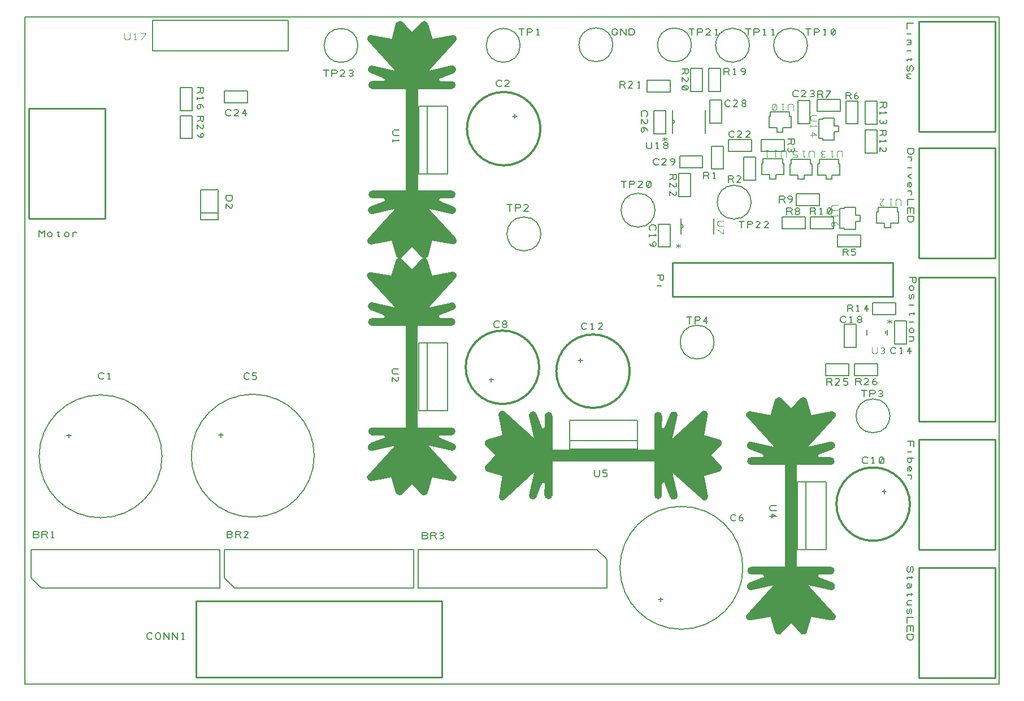
<source format=gbr>
%FSLAX33Y33*%
%MOMM*%
G04 EasyPC Gerber Version 17.0 Build 3379 *
%ADD15C,0.07620*%
%ADD11C,0.12700*%
%ADD14C,0.15240*%
%ADD16C,0.20320*%
%ADD12C,0.25400*%
%ADD13C,0.30480*%
X0Y0D02*
D02*
D11*
X64Y889D02*
X146039D01*
Y100839*
X64*
Y889*
X989Y21046D02*
X29289D01*
Y15246*
X2489*
X989Y16746*
Y21046*
X1928Y23281D02*
X2087Y23202D01*
X2166Y23043*
X2087Y22884*
X1928Y22805*
X1373*
Y23757*
X1928*
X2087Y23678*
X2166Y23519*
X2087Y23361*
X1928Y23281*
X1373*
X2643Y22805D02*
Y23757D01*
X3198*
X3357Y23678*
X3436Y23519*
X3357Y23361*
X3198Y23281*
X2643*
X3198D02*
X3436Y22805D01*
X4071D02*
X4389D01*
X4230D02*
Y23757D01*
X4071Y23599*
X2213Y67927D02*
Y68880D01*
X2610Y68403*
X3007Y68880*
Y67927*
X3484Y68165D02*
X3563Y68007D01*
X3722Y67927*
X3880*
X4039Y68007*
X4119Y68165*
Y68324*
X4039Y68483*
X3880Y68562*
X3722*
X3563Y68483*
X3484Y68324*
Y68165*
X4912Y68562D02*
X5230D01*
X5071Y68721D02*
Y68007D01*
X5150Y67927*
X5230*
X5309Y68007*
X6024Y68165D02*
X6103Y68007D01*
X6262Y67927*
X6420*
X6579Y68007*
X6659Y68165*
Y68324*
X6579Y68483*
X6420Y68562*
X6262*
X6103Y68483*
X6024Y68324*
Y68165*
X7294Y67927D02*
Y68562D01*
Y68324D02*
X7373Y68483D01*
X7532Y68562*
X7690*
X7849Y68483*
X6343Y38085D02*
X6978D01*
X6661Y37767D02*
Y38402D01*
X11907Y46736D02*
X11828Y46657D01*
X11669Y46577*
X11431*
X11272Y46657*
X11193Y46736*
X11114Y46895*
Y47212*
X11193Y47371*
X11272Y47450*
X11431Y47530*
X11669*
X11828Y47450*
X11907Y47371*
X12542Y46577D02*
X12860D01*
X12701D02*
Y47530D01*
X12542Y47371*
X11414Y25789D02*
G75*
G03Y44204J9207D01*
G01*
G75*
G03Y25789J-9207*
G01*
X19157Y7736D02*
X19078Y7657D01*
X18919Y7577*
X18681*
X18522Y7657*
X18443Y7736*
X18364Y7895*
Y8212*
X18443Y8371*
X18522Y8450*
X18681Y8530*
X18919*
X19078Y8450*
X19157Y8371*
X19634Y7895D02*
Y8212D01*
X19713Y8371*
X19792Y8450*
X19951Y8530*
X20110*
X20269Y8450*
X20348Y8371*
X20427Y8212*
Y7895*
X20348Y7736*
X20269Y7657*
X20110Y7577*
X19951*
X19792Y7657*
X19713Y7736*
X19634Y7895*
X20904Y7577D02*
Y8530D01*
X21697Y7577*
Y8530*
X22174Y7577D02*
Y8530D01*
X22967Y7577*
Y8530*
X23602Y7577D02*
X23920D01*
X23761D02*
Y8530D01*
X23602Y8371*
X25902Y85989D02*
X26854D01*
Y85433*
X26775Y85275*
X26616Y85195*
X26457Y85275*
X26378Y85433*
Y85989*
Y85433D02*
X25902Y85195D01*
Y84084D02*
Y84719D01*
X26457Y84163*
X26616Y84084*
X26775Y84163*
X26854Y84322*
Y84560*
X26775Y84719*
X25902Y83211D02*
X25981Y83052D01*
X26140Y82893*
X26378Y82814*
X26616*
X26775Y82893*
X26854Y83052*
Y83211*
X26775Y83370*
X26616Y83449*
X26457Y83370*
X26378Y83211*
Y83052*
X26457Y82893*
X26616Y82814*
X25902Y90239D02*
X26854D01*
Y89683*
X26775Y89525*
X26616Y89445*
X26457Y89525*
X26378Y89683*
Y90239*
Y89683D02*
X25902Y89445D01*
Y88810D02*
Y88493D01*
Y88652D02*
X26854D01*
X26695Y88810*
X26140Y87699D02*
X26299Y87620D01*
X26378Y87461*
Y87302*
X26299Y87143*
X26140Y87064*
X25981Y87143*
X25902Y87302*
Y87461*
X25981Y87620*
X26140Y87699*
X26378*
X26616Y87620*
X26775Y87461*
X26854Y87302*
X26364Y71439D02*
X29064D01*
Y74939D02*
X26364D01*
Y70439*
X29064*
Y74939*
X29144Y38185D02*
X29779D01*
X29461Y37867D02*
Y38502D01*
X29989Y21046D02*
X58289D01*
Y15246*
X31489*
X29989Y16746*
Y21046*
X30227Y74089D02*
X31179D01*
Y73613*
X31100Y73454*
X31020Y73375*
X30862Y73295*
X30544*
X30385Y73375*
X30306Y73454*
X30227Y73613*
Y74089*
Y72184D02*
Y72819D01*
X30782Y72263*
X30941Y72184*
X31100Y72263*
X31179Y72422*
Y72660*
X31100Y72819*
X30957Y86186D02*
X30878Y86107D01*
X30719Y86027*
X30481*
X30322Y86107*
X30243Y86186*
X30164Y86345*
Y86662*
X30243Y86821*
X30322Y86900*
X30481Y86980*
X30719*
X30878Y86900*
X30957Y86821*
X32069Y86027D02*
X31434D01*
X31989Y86583*
X32069Y86742*
X31989Y86900*
X31830Y86980*
X31592*
X31434Y86900*
X33100Y86027D02*
Y86980D01*
X32703Y86345*
X33339*
X30928Y23281D02*
X31087Y23202D01*
X31166Y23043*
X31087Y22884*
X30928Y22805*
X30372*
Y23757*
X30928*
X31087Y23678*
X31166Y23519*
X31087Y23361*
X30928Y23281*
X30372*
X31642Y22805D02*
Y23757D01*
X32198*
X32357Y23678*
X32436Y23519*
X32357Y23361*
X32198Y23281*
X31642*
X32198D02*
X32436Y22805D01*
X33548D02*
X32913D01*
X33468Y23361*
X33548Y23519*
X33468Y23678*
X33309Y23757*
X33071*
X32913Y23678*
X33707Y46686D02*
X33628Y46607D01*
X33469Y46527*
X33231*
X33072Y46607*
X32993Y46686*
X32914Y46845*
Y47162*
X32993Y47321*
X33072Y47400*
X33231Y47480*
X33469*
X33628Y47400*
X33707Y47321*
X34184Y46607D02*
X34342Y46527D01*
X34580*
X34739Y46607*
X34819Y46765*
Y46845*
X34739Y47003*
X34580Y47083*
X34184*
Y47480*
X34819*
X34214Y25889D02*
G75*
G03Y44304J9207D01*
G01*
G75*
G03Y25889J-9207*
G01*
X45210Y91927D02*
Y92880D01*
X44814D02*
X45607D01*
X46084Y91927D02*
Y92880D01*
X46639*
X46798Y92800*
X46877Y92642*
X46798Y92483*
X46639Y92403*
X46084*
X47989Y91927D02*
X47353D01*
X47909Y92483*
X47989Y92642*
X47909Y92800*
X47750Y92880*
X47512*
X47353Y92800*
X48703Y92007D02*
X48862Y91927D01*
X49020*
X49179Y92007*
X49258Y92165*
X49179Y92324*
X49020Y92403*
X48862*
X49020D02*
X49179Y92483D01*
X49258Y92642*
X49179Y92800*
X49020Y92880*
X48862*
X48703Y92800*
X51539Y61824D02*
X58039Y54649D01*
X51549Y31489D02*
G75*
G03X52199Y32139I325J325D01*
G01*
G75*
G03X51549Y31489I-325J-325*
G01*
Y36275D02*
G75*
G03X52515Y36530I484J128D01*
G01*
G75*
G03X51549Y36275I-483J-128*
G01*
Y57603D02*
G75*
G03X52515Y57348I484J-128D01*
G01*
G75*
G03X51549Y57603I-483J128*
G01*
Y62389D02*
G75*
G03X52199Y61739I325J-325D01*
G01*
G75*
G03X51549Y62389I-325J325*
G01*
X51559Y32119D02*
X58044Y39229D01*
X51564Y97324D02*
X58064Y90149D01*
X51574Y66989D02*
G75*
G03X52224Y67639I325J325D01*
G01*
G75*
G03X51574Y66989I-325J-325*
G01*
Y71775D02*
G75*
G03X52540Y72030I484J128D01*
G01*
G75*
G03X51574Y71775I-483J-128*
G01*
Y93103D02*
G75*
G03X52540Y92848I484J-128D01*
G01*
G75*
G03X51574Y93103I-483J128*
G01*
Y97889D02*
G75*
G03X52224Y97239I325J-325D01*
G01*
G75*
G03X51574Y97889I-325J325*
G01*
X51584Y67619D02*
X58068Y74729D01*
X51999Y56969D02*
X58039Y54634D01*
X64189Y56984*
X52024Y92469D02*
X58064Y90134D01*
X64214Y92484*
X52033Y57984D02*
X59544Y56289D01*
Y56284*
X52059Y35914D02*
X59629Y37564D01*
X52059Y93484D02*
X59568Y91789D01*
Y91784*
X52074Y31414D02*
X55049Y31939D01*
X55699Y29764*
X52084Y71414D02*
X59653Y73064D01*
X52099Y66914D02*
X55074Y67439D01*
X55724Y65264*
X52149Y62414D02*
X55099Y61914D01*
X55674Y64264*
X55749Y64289*
X52174Y97914D02*
X55124Y97414D01*
X55699Y99764*
X55774Y99789*
X56054Y48139D02*
X55340D01*
X55181Y48060*
X55102Y47901*
Y47583*
X55181Y47425*
X55340Y47345*
X56054*
X55102Y46234D02*
Y46869D01*
X55657Y46313*
X55816Y46234*
X55975Y46313*
X56054Y46472*
Y46710*
X55975Y46869*
X56154Y83889D02*
X55440D01*
X55281Y83810*
X55202Y83651*
Y83333*
X55281Y83175*
X55440Y83095*
X56154*
X55202Y82460D02*
Y82143D01*
Y82302D02*
X56154D01*
X55995Y82460*
X56003Y29299D02*
G75*
G03X56385Y30223I191J462D01*
G01*
G75*
G03X56003Y29299I-191J-462*
G01*
Y64579D02*
G75*
G03X56412Y63591I205J-494D01*
G01*
G75*
G03X56003Y64579I-205J494*
G01*
X56028Y64799D02*
G75*
G03X56410Y65723I191J462D01*
G01*
G75*
G03X56028Y64799I-191J-462*
G01*
Y100079D02*
G75*
G03X56437Y99091I205J-494D01*
G01*
G75*
G03X56028Y100079I-205J494*
G01*
X56674Y29764D02*
X58049Y30939D01*
X59374Y29789*
X56699Y65264D02*
X58074Y66439D01*
X59399Y65289*
X56724Y64139D02*
X58049Y62939D01*
X59424Y64189*
X56749Y99639D02*
X58074Y98439D01*
X59449Y99689*
X57218Y39239D02*
X52078D01*
G75*
G03X51599Y38759J-480*
G01*
Y38729*
G75*
G03X52089Y38239I490*
G01*
X53759*
G75*
G02X54059Y37939J-300*
G01*
Y37769*
G75*
G02X53968Y37679I-90*
G01*
X51799Y36849*
X51599Y36639*
X51528Y36459*
X51568Y36209*
X51709Y36019*
X51968Y35919*
X52209Y35929*
X55749Y36729*
X51519Y32089*
X51419Y31919*
X51428Y31719*
X51509Y31519*
X51699Y31399*
X51899Y31349*
X55039Y31929*
X55728Y29579*
X55859Y29389*
X56009Y29289*
X56239Y29259*
X56439Y29309*
X56559Y29429*
X58039Y30939*
X59589Y29339*
X59839Y29259*
X60068Y29279*
X60249Y29399*
X60379Y29579*
X61039Y31939*
X64149Y31379*
X64359*
X64539Y31489*
X64678Y31729*
X64659Y31919*
X64439Y32219*
X60299Y36759*
X64058Y35899*
X64318Y35959*
X64478Y36109*
X64549Y36409*
X64478Y36669*
X64239Y36859*
X62618Y37489*
X62158Y37749*
X62049Y37859*
X62028Y37979*
X62039Y38029*
X62078Y38089*
X62158Y38159*
X62289Y38229*
X63978Y38219*
G75*
G03X64509Y38749J530*
G01*
Y38769*
G75*
G03X64039Y39239I-470*
G01*
X58928*
G75*
G02X58849Y39319J80*
G01*
Y46959*
G75*
G03X58839Y46969I-10*
G01*
X57239*
G75*
G03X57228Y46959J-10*
G01*
Y39289*
G75*
G02X57178Y39239I-50*
G01*
X56949*
X57218*
G36*
X52078*
G75*
G03X51599Y38759J-480*
G01*
Y38729*
G75*
G03X52089Y38239I490*
G01*
X53759*
G75*
G02X54059Y37939J-300*
G01*
Y37769*
G75*
G02X53968Y37679I-90*
G01*
X51799Y36849*
X51599Y36639*
X51528Y36459*
X51568Y36209*
X51709Y36019*
X51968Y35919*
X52209Y35929*
X55749Y36729*
X51519Y32089*
X51419Y31919*
X51428Y31719*
X51509Y31519*
X51699Y31399*
X51899Y31349*
X55039Y31929*
X55728Y29579*
X55859Y29389*
X56009Y29289*
X56239Y29259*
X56439Y29309*
X56559Y29429*
X58039Y30939*
X59589Y29339*
X59839Y29259*
X60068Y29279*
X60249Y29399*
X60379Y29579*
X61039Y31939*
X64149Y31379*
X64359*
X64539Y31489*
X64678Y31729*
X64659Y31919*
X64439Y32219*
X60299Y36759*
X64058Y35899*
X64318Y35959*
X64478Y36109*
X64549Y36409*
X64478Y36669*
X64239Y36859*
X62618Y37489*
X62158Y37749*
X62049Y37859*
X62028Y37979*
X62039Y38029*
X62078Y38089*
X62158Y38159*
X62289Y38229*
X63978Y38219*
G75*
G03X64509Y38749J530*
G01*
Y38769*
G75*
G03X64039Y39239I-470*
G01*
X58928*
G75*
G02X58849Y39319J80*
G01*
Y46959*
G75*
G03X58839Y46969I-10*
G01*
X57239*
G75*
G03X57228Y46959J-10*
G01*
Y39289*
G75*
G02X57178Y39239I-50*
G01*
X56949*
X57218*
G37*
X57243Y54839D02*
Y39039D01*
Y74739D02*
X52103D01*
G75*
G03X51624Y74259J-480*
G01*
Y74229*
G75*
G03X52114Y73739I490*
G01*
X53783*
G75*
G02X54084Y73439J-300*
G01*
Y73269*
G75*
G02X53993Y73179I-90*
G01*
X51824Y72349*
X51624Y72139*
X51553Y71959*
X51593Y71709*
X51734Y71519*
X51993Y71419*
X52234Y71429*
X55774Y72229*
X51544Y67589*
X51443Y67419*
X51453Y67219*
X51533Y67019*
X51724Y66899*
X51924Y66849*
X55064Y67429*
X55754Y65079*
X55884Y64889*
X56033Y64789*
X56264Y64759*
X56464Y64809*
X56584Y64929*
X58064Y66439*
X59614Y64839*
X59864Y64759*
X60093Y64779*
X60274Y64899*
X60403Y65079*
X61064Y67439*
X64174Y66879*
X64384*
X64564Y66989*
X64704Y67229*
X64683Y67419*
X64464Y67719*
X60324Y72259*
X64084Y71399*
X64344Y71459*
X64504Y71609*
X64573Y71909*
X64504Y72169*
X64264Y72359*
X62644Y72989*
X62184Y73249*
X62074Y73359*
X62053Y73479*
X62064Y73529*
X62103Y73589*
X62184Y73659*
X62314Y73729*
X64004Y73719*
G75*
G03X64534Y74249J530*
G01*
Y74269*
G75*
G03X64064Y74739I-470*
G01*
X58953*
G75*
G02X58874Y74819J80*
G01*
Y82459*
G75*
G03X58864Y82469I-10*
G01*
X57264*
G75*
G03X57254Y82459J-10*
G01*
Y74789*
G75*
G02X57203Y74739I-50*
G01*
X56974*
X57243*
G36*
X52103*
G75*
G03X51624Y74259J-480*
G01*
Y74229*
G75*
G03X52114Y73739I490*
G01*
X53783*
G75*
G02X54084Y73439J-300*
G01*
Y73269*
G75*
G02X53993Y73179I-90*
G01*
X51824Y72349*
X51624Y72139*
X51553Y71959*
X51593Y71709*
X51734Y71519*
X51993Y71419*
X52234Y71429*
X55774Y72229*
X51544Y67589*
X51443Y67419*
X51453Y67219*
X51533Y67019*
X51724Y66899*
X51924Y66849*
X55064Y67429*
X55754Y65079*
X55884Y64889*
X56033Y64789*
X56264Y64759*
X56464Y64809*
X56584Y64929*
X58064Y66439*
X59614Y64839*
X59864Y64759*
X60093Y64779*
X60274Y64899*
X60403Y65079*
X61064Y67439*
X64174Y66879*
X64384*
X64564Y66989*
X64704Y67229*
X64683Y67419*
X64464Y67719*
X60324Y72259*
X64084Y71399*
X64344Y71459*
X64504Y71609*
X64573Y71909*
X64504Y72169*
X64264Y72359*
X62644Y72989*
X62184Y73249*
X62074Y73359*
X62053Y73479*
X62064Y73529*
X62103Y73589*
X62184Y73659*
X62314Y73729*
X64004Y73719*
G75*
G03X64534Y74249J530*
G01*
Y74269*
G75*
G03X64064Y74739I-470*
G01*
X58953*
G75*
G02X58874Y74819J80*
G01*
Y82459*
G75*
G03X58864Y82469I-10*
G01*
X57264*
G75*
G03X57254Y82459J-10*
G01*
Y74789*
G75*
G02X57203Y74739I-50*
G01*
X56974*
X57243*
G37*
X57269Y90339D02*
Y74539D01*
X58049Y38239D02*
Y39239D01*
X52089*
G75*
G03X51599Y38749J-490*
G01*
Y38739*
G75*
G03X52099Y38239I500*
G01*
X58049*
Y39239D02*
Y38239D01*
X63999*
G75*
G03X64499Y38739J500*
G01*
G75*
G03X63999Y39239I-500*
G01*
X58049*
Y54639D02*
Y55639D01*
X52099*
G75*
G03X51599Y55139J-500*
G01*
G75*
G03X52099Y54639I500*
G01*
X58049*
Y55639D02*
Y54639D01*
X64009*
G75*
G03X64499Y55129J490*
G01*
Y55139*
G75*
G03X63999Y55639I-500*
G01*
X58049*
X58074Y73739D02*
Y74739D01*
X52114*
G75*
G03X51624Y74249J-490*
G01*
Y74239*
G75*
G03X52124Y73739I500*
G01*
X58074*
Y74739D02*
Y73739D01*
X64024*
G75*
G03X64524Y74239J500*
G01*
G75*
G03X64024Y74739I-500*
G01*
X58074*
Y90139D02*
Y91139D01*
X52124*
G75*
G03X51624Y90639J-500*
G01*
G75*
G03X52124Y90139I500*
G01*
X58074*
Y91139D02*
Y90139D01*
X64034*
G75*
G03X64524Y90629J490*
G01*
Y90639*
G75*
G03X64024Y91139I-500*
G01*
X58074*
X58853Y54839D02*
Y39039D01*
X58868Y54659D02*
X64009D01*
G75*
G03X64489Y55139J480*
G01*
Y55169*
G75*
G03X63999Y55659I-490*
G01*
X62328*
G75*
G02X62028Y55959J300*
G01*
Y56129*
G75*
G02X62118Y56219I90*
G01*
X64289Y57049*
X64489Y57259*
X64558Y57439*
X64519Y57689*
X64379Y57879*
X64118Y57979*
X63879Y57969*
X60339Y57169*
X64568Y61809*
X64668Y61979*
X64659Y62179*
X64579Y62379*
X64389Y62499*
X64189Y62549*
X61049Y61969*
X60359Y64319*
X60228Y64509*
X60078Y64609*
X59849Y64639*
X59649Y64589*
X59528Y64469*
X58049Y62959*
X56499Y64559*
X56249Y64639*
X56019Y64619*
X55839Y64499*
X55709Y64319*
X55049Y61959*
X51939Y62519*
X51728*
X51549Y62409*
X51408Y62169*
X51428Y61979*
X51649Y61679*
X55789Y57139*
X52028Y57999*
X51769Y57939*
X51609Y57789*
X51539Y57489*
X51609Y57229*
X51849Y57039*
X53468Y56409*
X53928Y56149*
X54039Y56039*
X54059Y55919*
X54049Y55869*
X54009Y55809*
X53928Y55739*
X53799Y55669*
X52109Y55679*
G75*
G03X51578Y55149J-530*
G01*
Y55129*
G75*
G03X52049Y54659I470*
G01*
X57158*
G75*
G02X57239Y54579J-80*
G01*
Y46939*
G75*
G03X57249Y46929I10*
G01*
X58849*
G75*
G03X58859Y46939J10*
G01*
Y54609*
G75*
G02X58908Y54659I50*
G01*
X59139*
X58868*
G36*
X64009*
G75*
G03X64489Y55139J480*
G01*
Y55169*
G75*
G03X63999Y55659I-490*
G01*
X62328*
G75*
G02X62028Y55959J300*
G01*
Y56129*
G75*
G02X62118Y56219I90*
G01*
X64289Y57049*
X64489Y57259*
X64558Y57439*
X64519Y57689*
X64379Y57879*
X64118Y57979*
X63879Y57969*
X60339Y57169*
X64568Y61809*
X64668Y61979*
X64659Y62179*
X64579Y62379*
X64389Y62499*
X64189Y62549*
X61049Y61969*
X60359Y64319*
X60228Y64509*
X60078Y64609*
X59849Y64639*
X59649Y64589*
X59528Y64469*
X58049Y62959*
X56499Y64559*
X56249Y64639*
X56019Y64619*
X55839Y64499*
X55709Y64319*
X55049Y61959*
X51939Y62519*
X51728*
X51549Y62409*
X51408Y62169*
X51428Y61979*
X51649Y61679*
X55789Y57139*
X52028Y57999*
X51769Y57939*
X51609Y57789*
X51539Y57489*
X51609Y57229*
X51849Y57039*
X53468Y56409*
X53928Y56149*
X54039Y56039*
X54059Y55919*
X54049Y55869*
X54009Y55809*
X53928Y55739*
X53799Y55669*
X52109Y55679*
G75*
G03X51578Y55149J-530*
G01*
Y55129*
G75*
G03X52049Y54659I470*
G01*
X57158*
G75*
G02X57239Y54579J-80*
G01*
Y46939*
G75*
G03X57249Y46929I10*
G01*
X58849*
G75*
G03X58859Y46939J10*
G01*
Y54609*
G75*
G02X58908Y54659I50*
G01*
X59139*
X58868*
G37*
X58879Y90339D02*
Y74539D01*
X58894Y90159D02*
X64034D01*
G75*
G03X64514Y90639J480*
G01*
Y90669*
G75*
G03X64024Y91159I-490*
G01*
X62353*
G75*
G02X62053Y91459J300*
G01*
Y91629*
G75*
G02X62144Y91719I90*
G01*
X64314Y92549*
X64514Y92759*
X64584Y92939*
X64543Y93189*
X64403Y93379*
X64144Y93479*
X63903Y93469*
X60364Y92669*
X64594Y97309*
X64693Y97479*
X64683Y97679*
X64603Y97879*
X64414Y97999*
X64214Y98049*
X61074Y97469*
X60384Y99819*
X60254Y100009*
X60103Y100109*
X59874Y100139*
X59674Y100089*
X59553Y99969*
X58074Y98459*
X56524Y100059*
X56274Y100139*
X56044Y100119*
X55864Y99999*
X55734Y99819*
X55074Y97459*
X51964Y98019*
X51754*
X51574Y97909*
X51434Y97669*
X51453Y97479*
X51674Y97179*
X55814Y92639*
X52053Y93499*
X51794Y93439*
X51634Y93289*
X51564Y92989*
X51634Y92729*
X51874Y92539*
X53493Y91909*
X53953Y91649*
X54064Y91539*
X54084Y91419*
X54074Y91369*
X54033Y91309*
X53953Y91239*
X53824Y91169*
X52134Y91179*
G75*
G03X51603Y90649J-530*
G01*
Y90629*
G75*
G03X52074Y90159I470*
G01*
X57184*
G75*
G02X57264Y90079J-80*
G01*
Y82439*
G75*
G03X57274Y82429I10*
G01*
X58874*
G75*
G03X58884Y82439J10*
G01*
Y90109*
G75*
G02X58934Y90159I50*
G01*
X59164*
X58894*
G36*
X64034*
G75*
G03X64514Y90639J480*
G01*
Y90669*
G75*
G03X64024Y91159I-490*
G01*
X62353*
G75*
G02X62053Y91459J300*
G01*
Y91629*
G75*
G02X62144Y91719I90*
G01*
X64314Y92549*
X64514Y92759*
X64584Y92939*
X64543Y93189*
X64403Y93379*
X64144Y93479*
X63903Y93469*
X60364Y92669*
X64594Y97309*
X64693Y97479*
X64683Y97679*
X64603Y97879*
X64414Y97999*
X64214Y98049*
X61074Y97469*
X60384Y99819*
X60254Y100009*
X60103Y100109*
X59874Y100139*
X59674Y100089*
X59553Y99969*
X58074Y98459*
X56524Y100059*
X56274Y100139*
X56044Y100119*
X55864Y99999*
X55734Y99819*
X55074Y97459*
X51964Y98019*
X51754*
X51574Y97909*
X51434Y97669*
X51453Y97479*
X51674Y97179*
X55814Y92639*
X52053Y93499*
X51794Y93439*
X51634Y93289*
X51564Y92989*
X51634Y92729*
X51874Y92539*
X53493Y91909*
X53953Y91649*
X54064Y91539*
X54084Y91419*
X54074Y91369*
X54033Y91309*
X53953Y91239*
X53824Y91169*
X52134Y91179*
G75*
G03X51603Y90649J-530*
G01*
Y90629*
G75*
G03X52074Y90159I470*
G01*
X57184*
G75*
G02X57264Y90079J-80*
G01*
Y82439*
G75*
G03X57274Y82429I10*
G01*
X58874*
G75*
G03X58884Y82439J10*
G01*
Y90109*
G75*
G02X58934Y90159I50*
G01*
X59164*
X58894*
G37*
X59044Y41859D02*
X63363D01*
Y52019*
X59044*
Y41859*
X59069Y77359D02*
X63388D01*
Y87519*
X59069*
Y77359*
X60169Y23103D02*
X60328Y23024D01*
X60407Y22865*
X60328Y22707*
X60169Y22627*
X59614*
Y23580*
X60169*
X60328Y23500*
X60407Y23342*
X60328Y23183*
X60169Y23103*
X59614*
X60884Y22627D02*
Y23580D01*
X61439*
X61598Y23500*
X61677Y23342*
X61598Y23183*
X61439Y23103*
X60884*
X61439D02*
X61677Y22627D01*
X62233Y22707D02*
X62392Y22627D01*
X62550*
X62709Y22707*
X62789Y22865*
X62709Y23024*
X62550Y23103*
X62392*
X62550D02*
X62709Y23183D01*
X62789Y23342*
X62709Y23500*
X62550Y23580*
X62392*
X62233Y23500*
X60094Y29299D02*
G75*
G03X59685Y30287I-205J494D01*
G01*
G75*
G03X60094Y29299I205J-494*
G01*
Y64579D02*
G75*
G03X59712Y63655I-191J-462D01*
G01*
G75*
G03X60094Y64579I191J462*
G01*
X60120Y64799D02*
G75*
G03X59710Y65787I-205J494D01*
G01*
G75*
G03X60120Y64799I205J-494*
G01*
Y100079D02*
G75*
G03X59737Y99155I-191J-462D01*
G01*
G75*
G03X60120Y100079I191J462*
G01*
X60315Y41859D02*
Y52019D01*
X60340Y77359D02*
Y87519D01*
X60374Y64164D02*
X61074Y61939D01*
X64049Y62489*
X60399Y29789D02*
X61049Y31939D01*
X63949Y31414*
Y31439*
X60399Y99664D02*
X61099Y97439D01*
X64073Y97989*
X60424Y65289D02*
X61074Y67439D01*
X63974Y66914*
Y66939*
X64039Y57964D02*
X56468Y56314D01*
X64064Y35894D02*
X56553Y37589D01*
Y37594*
X64064Y93464D02*
X56493Y91814D01*
X64089Y71394D02*
X56578Y73089D01*
Y73094*
X64099Y36909D02*
X58059Y39244D01*
X51908Y36894*
X64124Y72409D02*
X58084Y74744D01*
X51934Y72394*
X64539Y61759D02*
X58053Y54649D01*
X64549Y31489D02*
G75*
G03X63899Y32139I-325J325D01*
G01*
G75*
G03X64549Y31489I325J-325*
G01*
Y36275D02*
G75*
G03X63582Y36530I-483J128D01*
G01*
G75*
G03X64549Y36275I484J-128*
G01*
Y57603D02*
G75*
G03X63582Y57348I-483J-128D01*
G01*
G75*
G03X64549Y57603I484J128*
G01*
Y62389D02*
G75*
G03X63899Y61739I-325J-325D01*
G01*
G75*
G03X64549Y62389I325J325*
G01*
X64558Y32054D02*
X58059Y39229D01*
X64564Y97259D02*
X58078Y90149D01*
X64573Y66989D02*
G75*
G03X63924Y67639I-325J325D01*
G01*
G75*
G03X64573Y66989I325J-325*
G01*
Y71775D02*
G75*
G03X63607Y72030I-483J128D01*
G01*
G75*
G03X64573Y71775I484J-128*
G01*
Y93103D02*
G75*
G03X63607Y92848I-483J-128D01*
G01*
G75*
G03X64573Y93103I484J128*
G01*
Y97889D02*
G75*
G03X63924Y97239I-325J-325D01*
G01*
G75*
G03X64573Y97889I325J325*
G01*
X64584Y67554D02*
X58084Y74729D01*
X69099Y33078D02*
G75*
G03X70087Y33487I494J205D01*
G01*
G75*
G03X69099Y33078I-494J-205*
G01*
Y37170D02*
G75*
G03X70022Y36787I462J-191D01*
G01*
G75*
G03X69099Y37170I-462J191*
G01*
X69514Y37449D02*
X71739Y38149D01*
X71189Y41124*
X69539Y33799D02*
X70739Y35124D01*
X69489Y36499*
X71157Y54486D02*
X71078Y54407D01*
X70919Y54327*
X70681*
X70522Y54407*
X70443Y54486*
X70364Y54645*
Y54962*
X70443Y55121*
X70522Y55200*
X70681Y55280*
X70919*
X71078Y55200*
X71157Y55121*
X71872Y54803D02*
X72030D01*
X72189Y54883*
X72269Y55042*
X72189Y55200*
X72030Y55280*
X71872*
X71713Y55200*
X71634Y55042*
X71713Y54883*
X71872Y54803*
X71713Y54724*
X71634Y54565*
X71713Y54407*
X71872Y54327*
X72030*
X72189Y54407*
X72269Y54565*
X72189Y54724*
X72030Y54803*
X69963Y46144D02*
Y46779D01*
X70280Y46462D02*
X69645D01*
X71507Y90586D02*
X71428Y90507D01*
X71269Y90427*
X71031*
X70872Y90507*
X70793Y90586*
X70714Y90745*
Y91062*
X70793Y91221*
X70872Y91300*
X71031Y91380*
X71269*
X71428Y91300*
X71507Y91221*
X72619Y90427D02*
X71984D01*
X72539Y90983*
X72619Y91142*
X72539Y91300*
X72380Y91380*
X72142*
X71984Y91300*
X71264Y29224D02*
X71764Y32174D01*
X69414Y32749*
X69389Y32824*
X71289Y28624D02*
G75*
G03X71939Y29274I325J325D01*
G01*
G75*
G03X71289Y28624I-325J-325*
G01*
Y41624D02*
G75*
G03X71939Y40974I325J-325D01*
G01*
G75*
G03X71289Y41624I-325J325*
G01*
X71854Y28614D02*
X79029Y35114D01*
X71919Y41614D02*
X79029Y35129D01*
X72695Y71752D02*
Y72705D01*
X72299D02*
X73092D01*
X73569Y71752D02*
Y72705D01*
X74124*
X74283Y72625*
X74362Y72467*
X74283Y72308*
X74124Y72228*
X73569*
X75474Y71752D02*
X74839D01*
X75394Y72308*
X75474Y72467*
X75394Y72625*
X75235Y72705*
X74997*
X74839Y72625*
X73464Y86309D02*
Y85674D01*
X73147Y85992D02*
X73782D01*
X74460Y98127D02*
Y99080D01*
X74064D02*
X74857D01*
X75334Y98127D02*
Y99080D01*
X75889*
X76048Y99000*
X76127Y98842*
X76048Y98683*
X75889Y98603*
X75334*
X76762Y98127D02*
X77080D01*
X76921D02*
Y99080D01*
X76762Y98921*
X75694Y29109D02*
X77389Y36619D01*
X77394*
X75714Y41114D02*
X77364Y33544D01*
X76075Y28624D02*
G75*
G03X76330Y29591I128J484D01*
G01*
G75*
G03X76075Y28624I-128J-483*
G01*
Y41624D02*
G75*
G03X76330Y40657I128J-483D01*
G01*
G75*
G03X76075Y41624I-128J484*
G01*
X76709Y29074D02*
X79044Y35114D01*
X76694Y41264*
X78039Y35124D02*
X79039D01*
Y41084*
G75*
G03X78549Y41574I-490*
G01*
X78539*
G75*
G03X78039Y41074J-500*
G01*
Y35124*
X78839Y34319D02*
X94639D01*
X78839Y35929D02*
X94639D01*
X79019Y35944D02*
Y41084D01*
G75*
G03X78539Y41564I-480*
G01*
X78509*
G75*
G03X78019Y41074J-490*
G01*
Y39404*
G75*
G02X77719Y39104I-300*
G01*
X77549*
G75*
G02X77459Y39194J90*
G01*
X76629Y41364*
X76419Y41564*
X76239Y41634*
X75989Y41594*
X75799Y41454*
X75698Y41194*
X75709Y40954*
X76509Y37414*
X71869Y41644*
X71698Y41744*
X71499Y41734*
X71299Y41654*
X71179Y41464*
X71129Y41264*
X71709Y38124*
X69359Y37434*
X69169Y37304*
X69069Y37154*
X69039Y36924*
X69089Y36724*
X69209Y36604*
X70719Y35124*
X69119Y33574*
X69039Y33324*
X69059Y33094*
X69179Y32914*
X69359Y32784*
X71719Y32124*
X71159Y29014*
Y28804*
X71269Y28624*
X71509Y28484*
X71698Y28504*
X71999Y28724*
X76539Y32864*
X75679Y29104*
X75739Y28844*
X75889Y28684*
X76189Y28614*
X76448Y28684*
X76639Y28924*
X77269Y30544*
X77529Y31004*
X77639Y31114*
X77759Y31134*
X77809Y31124*
X77869Y31084*
X77939Y31004*
X78009Y30874*
X77999Y29184*
G75*
G03X78529Y28654I530*
G01*
X78549*
G75*
G03X79019Y29124J470*
G01*
Y34234*
G75*
G02X79099Y34314I80*
G01*
X86739*
G75*
G03X86749Y34324J10*
G01*
Y35924*
G75*
G03X86739Y35934I-10*
G01*
X79069*
G75*
G02X79019Y35984J50*
G01*
Y36214*
Y35944*
G36*
Y41084*
G75*
G03X78539Y41564I-480*
G01*
X78509*
G75*
G03X78019Y41074J-490*
G01*
Y39404*
G75*
G02X77719Y39104I-300*
G01*
X77549*
G75*
G02X77459Y39194J90*
G01*
X76629Y41364*
X76419Y41564*
X76239Y41634*
X75989Y41594*
X75799Y41454*
X75698Y41194*
X75709Y40954*
X76509Y37414*
X71869Y41644*
X71698Y41744*
X71499Y41734*
X71299Y41654*
X71179Y41464*
X71129Y41264*
X71709Y38124*
X69359Y37434*
X69169Y37304*
X69069Y37154*
X69039Y36924*
X69089Y36724*
X69209Y36604*
X70719Y35124*
X69119Y33574*
X69039Y33324*
X69059Y33094*
X69179Y32914*
X69359Y32784*
X71719Y32124*
X71159Y29014*
Y28804*
X71269Y28624*
X71509Y28484*
X71698Y28504*
X71999Y28724*
X76539Y32864*
X75679Y29104*
X75739Y28844*
X75889Y28684*
X76189Y28614*
X76448Y28684*
X76639Y28924*
X77269Y30544*
X77529Y31004*
X77639Y31114*
X77759Y31134*
X77809Y31124*
X77869Y31084*
X77939Y31004*
X78009Y30874*
X77999Y29184*
G75*
G03X78529Y28654I530*
G01*
X78549*
G75*
G03X79019Y29124J470*
G01*
Y34234*
G75*
G02X79099Y34314I80*
G01*
X86739*
G75*
G03X86749Y34324J10*
G01*
Y35924*
G75*
G03X86739Y35934I-10*
G01*
X79069*
G75*
G02X79019Y35984J50*
G01*
Y36214*
Y35944*
G37*
X79039Y35124D02*
X78039D01*
Y29174*
G75*
G03X78539Y28674I500*
G01*
G75*
G03X79039Y29174J500*
G01*
Y35124*
X82993Y49415D02*
X83629D01*
X83311Y49097D02*
Y49732D01*
X84257Y54186D02*
X84178Y54107D01*
X84019Y54027*
X83781*
X83622Y54107*
X83543Y54186*
X83464Y54345*
Y54662*
X83543Y54821*
X83622Y54900*
X83781Y54980*
X84019*
X84178Y54900*
X84257Y54821*
X84892Y54027D02*
X85210D01*
X85051D02*
Y54980D01*
X84892Y54821*
X86639Y54027D02*
X86004D01*
X86559Y54583*
X86639Y54742*
X86559Y54900*
X86400Y54980*
X86162*
X86004Y54900*
X85414Y32930D02*
Y32215D01*
X85493Y32057*
X85652Y31977*
X85969*
X86128Y32057*
X86207Y32215*
Y32930*
X86683Y32057D02*
X86842Y31977D01*
X87080*
X87239Y32057*
X87318Y32215*
Y32295*
X87239Y32453*
X87080Y32533*
X86683*
Y32930*
X87318*
X87289Y15246D02*
X58989D01*
Y21046*
X85789*
X87289Y19546*
Y15246*
X88619Y98524D02*
X88857D01*
Y98445*
X88778Y98286*
X88698Y98207*
X88540Y98127*
X88381*
X88222Y98207*
X88143Y98286*
X88064Y98445*
Y98762*
X88143Y98921*
X88222Y99000*
X88381Y99080*
X88540*
X88698Y99000*
X88778Y98921*
X88857Y98762*
X89334Y98127D02*
Y99080D01*
X90127Y98127*
Y99080*
X90604Y98127D02*
Y99080D01*
X91080*
X91239Y99000*
X91318Y98921*
X91397Y98762*
Y98445*
X91318Y98286*
X91239Y98207*
X91080Y98127*
X90604*
X89214Y90227D02*
Y91180D01*
X89769*
X89928Y91100*
X90007Y90942*
X89928Y90783*
X89769Y90703*
X89214*
X89769D02*
X90007Y90227D01*
X91118D02*
X90484D01*
X91039Y90783*
X91118Y90942*
X91039Y91100*
X90880Y91180*
X90642*
X90484Y91100*
X91912Y90227D02*
X92230D01*
X92071D02*
Y91180D01*
X91912Y91021*
X89795Y75302D02*
Y76255D01*
X89399D02*
X90192D01*
X90668Y75302D02*
Y76255D01*
X91224*
X91383Y76175*
X91462Y76017*
X91383Y75858*
X91224Y75778*
X90668*
X92573Y75302D02*
X91939D01*
X92494Y75858*
X92573Y76017*
X92494Y76175*
X92335Y76255*
X92097*
X91939Y76175*
X93288Y75382D02*
X93447Y75302D01*
X93605*
X93764Y75382*
X93844Y75540*
Y76017*
X93764Y76175*
X93605Y76255*
X93447*
X93288Y76175*
X93209Y76017*
Y75540*
X93288Y75382*
X93764Y76175*
X91818Y36120D02*
Y40438D01*
X81659*
Y36120*
X91818*
Y37390D02*
X81659D01*
X92560Y85995D02*
X92481Y86075D01*
X92402Y86233*
Y86472*
X92481Y86630*
X92560Y86710*
X92719Y86789*
X93037*
X93195Y86710*
X93275Y86630*
X93354Y86472*
Y86233*
X93275Y86075*
X93195Y85995*
X92402Y84884D02*
Y85519D01*
X92957Y84963*
X93116Y84884*
X93275Y84963*
X93354Y85122*
Y85360*
X93275Y85519*
X92640Y84249D02*
X92799Y84170D01*
X92878Y84011*
Y83852*
X92799Y83693*
X92640Y83614*
X92481Y83693*
X92402Y83852*
Y84011*
X92481Y84170*
X92640Y84249*
X92878*
X93116Y84170*
X93275Y84011*
X93354Y83852*
X93214Y82080D02*
Y81365D01*
X93293Y81207*
X93452Y81127*
X93769*
X93928Y81207*
X94007Y81365*
Y82080*
X94642Y81127D02*
X94960D01*
X94801D02*
Y82080D01*
X94642Y81921*
X95992Y81603D02*
X96150D01*
X96309Y81683*
X96389Y81842*
X96309Y82000*
X96150Y82080*
X95992*
X95833Y82000*
X95754Y81842*
X95833Y81683*
X95992Y81603*
X95833Y81524*
X95754Y81365*
X95833Y81207*
X95992Y81127*
X96150*
X96309Y81207*
X96389Y81365*
X96309Y81524*
X96150Y81603*
X93810Y68895D02*
X93731Y68975D01*
X93652Y69133*
Y69372*
X93731Y69530*
X93810Y69610*
X93969Y69689*
X94287*
X94445Y69610*
X94525Y69530*
X94604Y69372*
Y69133*
X94525Y68975*
X94445Y68895*
X93652Y68260D02*
Y67943D01*
Y68102D02*
X94604D01*
X94445Y68260*
X93652Y66911D02*
X93731Y66752D01*
X93890Y66593*
X94128Y66514*
X94366*
X94525Y66593*
X94604Y66752*
Y66911*
X94525Y67070*
X94366Y67149*
X94207Y67070*
X94128Y66911*
Y66752*
X94207Y66593*
X94366Y66514*
X95057Y78836D02*
X94978Y78757D01*
X94819Y78677*
X94581*
X94422Y78757*
X94343Y78836*
X94264Y78995*
Y79312*
X94343Y79471*
X94422Y79550*
X94581Y79630*
X94819*
X94978Y79550*
X95057Y79471*
X96168Y78677D02*
X95534D01*
X96089Y79233*
X96168Y79392*
X96089Y79550*
X95930Y79630*
X95692*
X95534Y79550*
X97042Y78677D02*
X97200Y78757D01*
X97359Y78915*
X97439Y79153*
Y79392*
X97359Y79550*
X97200Y79630*
X97042*
X96883Y79550*
X96804Y79392*
X96883Y79233*
X97042Y79153*
X97200*
X97359Y79233*
X97439Y79392*
X94439Y34294D02*
Y29154D01*
G75*
G03X94918Y28674I480*
G01*
X94948*
G75*
G03X95439Y29164J490*
G01*
Y30834*
G75*
G02X95739Y31134I300*
G01*
X95909*
G75*
G02X95999Y31044J-90*
G01*
X96829Y28874*
X97039Y28674*
X97219Y28604*
X97469Y28644*
X97659Y28784*
X97759Y29044*
X97749Y29284*
X96948Y32824*
X101589Y28594*
X101759Y28494*
X101959Y28504*
X102159Y28584*
X102279Y28774*
X102329Y28974*
X101749Y32114*
X104099Y32804*
X104289Y32934*
X104389Y33084*
X104418Y33314*
X104368Y33514*
X104249Y33634*
X102739Y35114*
X104339Y36664*
X104418Y36914*
X104398Y37144*
X104278Y37324*
X104099Y37454*
X101739Y38114*
X102299Y41224*
Y41434*
X102189Y41614*
X101948Y41754*
X101759Y41734*
X101459Y41514*
X96918Y37374*
X97779Y41134*
X97719Y41394*
X97568Y41554*
X97269Y41624*
X97009Y41554*
X96818Y41314*
X96189Y39694*
X95929Y39234*
X95818Y39124*
X95698Y39104*
X95649Y39114*
X95589Y39154*
X95519Y39234*
X95448Y39364*
X95459Y41054*
G75*
G03X94929Y41584I-530*
G01*
X94909*
G75*
G03X94439Y41114J-470*
G01*
Y36004*
G75*
G02X94359Y35924I-80*
G01*
X86719*
G75*
G03X86709Y35914J-10*
G01*
Y34314*
G75*
G03X86719Y34304I10*
G01*
X94389*
G75*
G02X94439Y34254J-50*
G01*
Y34024*
Y34294*
G36*
Y29154*
G75*
G03X94918Y28674I480*
G01*
X94948*
G75*
G03X95439Y29164J490*
G01*
Y30834*
G75*
G02X95739Y31134I300*
G01*
X95909*
G75*
G02X95999Y31044J-90*
G01*
X96829Y28874*
X97039Y28674*
X97219Y28604*
X97469Y28644*
X97659Y28784*
X97759Y29044*
X97749Y29284*
X96948Y32824*
X101589Y28594*
X101759Y28494*
X101959Y28504*
X102159Y28584*
X102279Y28774*
X102329Y28974*
X101749Y32114*
X104099Y32804*
X104289Y32934*
X104389Y33084*
X104418Y33314*
X104368Y33514*
X104249Y33634*
X102739Y35114*
X104339Y36664*
X104418Y36914*
X104398Y37144*
X104278Y37324*
X104099Y37454*
X101739Y38114*
X102299Y41224*
Y41434*
X102189Y41614*
X101948Y41754*
X101759Y41734*
X101459Y41514*
X96918Y37374*
X97779Y41134*
X97719Y41394*
X97568Y41554*
X97269Y41624*
X97009Y41554*
X96818Y41314*
X96189Y39694*
X95929Y39234*
X95818Y39124*
X95698Y39104*
X95649Y39114*
X95589Y39154*
X95519Y39234*
X95448Y39364*
X95459Y41054*
G75*
G03X94929Y41584I-530*
G01*
X94909*
G75*
G03X94439Y41114J-470*
G01*
Y36004*
G75*
G02X94359Y35924I-80*
G01*
X86719*
G75*
G03X86709Y35914J-10*
G01*
Y34314*
G75*
G03X86719Y34304I10*
G01*
X94389*
G75*
G02X94439Y34254J-50*
G01*
Y34024*
Y34294*
G37*
Y35124D02*
X95439D01*
Y41074*
G75*
G03X94939Y41574I-500*
G01*
G75*
G03X94439Y41074J-500*
G01*
Y35124*
X94787Y62154D02*
X95739D01*
Y61598*
X95660Y61440*
X95501Y61360*
X95342Y61440*
X95263Y61598*
Y62154*
X94787Y60567D02*
X95422D01*
X95660D02*
X95439Y35124*
X94439D01*
Y29164*
G75*
G03X94929Y28674I490*
G01*
X94939*
G75*
G03X95439Y29174J500*
G01*
Y35124*
X95343Y13219D02*
Y13854D01*
X95660Y13537D02*
X95025D01*
X96702Y77239D02*
X97654D01*
Y76683*
X97575Y76525*
X97416Y76445*
X97257Y76525*
X97178Y76683*
Y77239*
Y76683D02*
X96702Y76445D01*
Y75334D02*
Y75969D01*
X97257Y75413*
X97416Y75334*
X97575Y75413*
X97654Y75572*
Y75810*
X97575Y75969*
X96702Y74064D02*
Y74699D01*
X97257Y74143*
X97416Y74064*
X97575Y74143*
X97654Y74302*
Y74540*
X97575Y74699*
X96769Y41174D02*
X94433Y35134D01*
X96784Y28984*
X97403Y28624D02*
G75*
G03X97148Y29591I-128J484D01*
G01*
G75*
G03X97403Y28624I128J-483*
G01*
Y41624D02*
G75*
G03X97148Y40657I-128J-483D01*
G01*
G75*
G03X97403Y41624I128J484*
G01*
X97764Y29134D02*
X96114Y36704D01*
X97784Y41139D02*
X96089Y33629D01*
X96084*
X98502Y93089D02*
X99454D01*
Y92533*
X99375Y92375*
X99216Y92295*
X99057Y92375*
X98978Y92533*
Y93089*
Y92533D02*
X98502Y92295D01*
Y91184D02*
Y91819D01*
X99057Y91263*
X99216Y91184*
X99375Y91263*
X99454Y91422*
Y91660*
X99375Y91819*
X98581Y90470D02*
X98502Y90311D01*
Y90152*
X98581Y89993*
X98740Y89914*
X99216*
X99375Y89993*
X99454Y90152*
Y90311*
X99375Y90470*
X99216Y90549*
X98740*
X98581Y90470*
X99375Y89993*
X99610Y54902D02*
Y55855D01*
X99214D02*
X100007D01*
X100484Y54902D02*
Y55855D01*
X101039*
X101198Y55775*
X101277Y55617*
X101198Y55458*
X101039Y55378*
X100484*
X102150Y54902D02*
Y55855D01*
X101754Y55220*
X102389*
X99960Y98127D02*
Y99080D01*
X99564D02*
X100357D01*
X100834Y98127D02*
Y99080D01*
X101389*
X101548Y99000*
X101627Y98842*
X101548Y98683*
X101389Y98603*
X100834*
X102739Y98127D02*
X102104D01*
X102659Y98683*
X102739Y98842*
X102659Y99000*
X102500Y99080*
X102262*
X102104Y99000*
X103532Y98127D02*
X103850D01*
X103691D02*
Y99080D01*
X103532Y98921*
X101558Y28634D02*
X94448Y35119D01*
X101624Y41634D02*
X94448Y35134D01*
X101764Y76627D02*
Y77580D01*
X102319*
X102478Y77500*
X102557Y77342*
X102478Y77183*
X102319Y77103*
X101764*
X102319D02*
X102557Y76627D01*
X103192D02*
X103510D01*
X103351D02*
Y77580D01*
X103192Y77421*
X102189Y28624D02*
G75*
G03X101539Y29274I-325J325D01*
G01*
G75*
G03X102189Y28624I325J-325*
G01*
Y41624D02*
G75*
G03X101539Y40974I-325J-325D01*
G01*
G75*
G03X102189Y41624I325J325*
G01*
X102264Y29149D02*
X101739Y32124D01*
X103914Y32774*
X103889Y37474D02*
X101739Y38124D01*
X102264Y41024*
X102239*
X103914Y33749D02*
X102739Y35124D01*
X103889Y36449*
X104379Y33078D02*
G75*
G03X103455Y33461I-462J191D01*
G01*
G75*
G03X104379Y33078I462J-191*
G01*
Y37170D02*
G75*
G03X103391Y36761I-494J-205D01*
G01*
G75*
G03X104379Y37170I494J205*
G01*
X104814Y92177D02*
Y93130D01*
X105369*
X105528Y93050*
X105607Y92892*
X105528Y92733*
X105369Y92653*
X104814*
X105369D02*
X105607Y92177D01*
X106242D02*
X106560D01*
X106401D02*
Y93130D01*
X106242Y92971*
X107592Y92177D02*
X107750Y92257D01*
X107909Y92415*
X107989Y92653*
Y92892*
X107909Y93050*
X107750Y93130*
X107592*
X107433Y93050*
X107353Y92892*
X107433Y92733*
X107592Y92653*
X107750*
X107909Y92733*
X107989Y92892*
X105757Y87586D02*
X105678Y87507D01*
X105519Y87427*
X105281*
X105122Y87507*
X105043Y87586*
X104964Y87745*
Y88062*
X105043Y88221*
X105122Y88300*
X105281Y88380*
X105519*
X105678Y88300*
X105757Y88221*
X106868Y87427D02*
X106234D01*
X106789Y87983*
X106868Y88142*
X106789Y88300*
X106630Y88380*
X106392*
X106234Y88300*
X107742Y87903D02*
X107900D01*
X108059Y87983*
X108139Y88142*
X108059Y88300*
X107900Y88380*
X107742*
X107583Y88300*
X107504Y88142*
X107583Y87983*
X107742Y87903*
X107583Y87824*
X107504Y87665*
X107583Y87507*
X107742Y87427*
X107900*
X108059Y87507*
X108139Y87665*
X108059Y87824*
X107900Y87903*
X105464Y76077D02*
Y77030D01*
X106019*
X106178Y76950*
X106257Y76792*
X106178Y76633*
X106019Y76553*
X105464*
X106019D02*
X106257Y76077D01*
X107368D02*
X106734D01*
X107289Y76633*
X107368Y76792*
X107289Y76950*
X107130Y77030*
X106892*
X106734Y76950*
X106357Y82986D02*
X106278Y82907D01*
X106119Y82827*
X105881*
X105722Y82907*
X105643Y82986*
X105564Y83145*
Y83462*
X105643Y83621*
X105722Y83700*
X105881Y83780*
X106119*
X106278Y83700*
X106357Y83621*
X107468Y82827D02*
X106834D01*
X107389Y83383*
X107468Y83542*
X107389Y83700*
X107230Y83780*
X106992*
X106834Y83700*
X108739Y82827D02*
X108103D01*
X108659Y83383*
X108739Y83542*
X108659Y83700*
X108500Y83780*
X108262*
X108103Y83700*
X106607Y25486D02*
X106528Y25407D01*
X106369Y25327*
X106131*
X105972Y25407*
X105893Y25486*
X105814Y25645*
Y25962*
X105893Y26121*
X105972Y26200*
X106131Y26280*
X106369*
X106528Y26200*
X106607Y26121*
X107084Y25565D02*
X107163Y25724D01*
X107322Y25803*
X107480*
X107639Y25724*
X107718Y25565*
X107639Y25407*
X107480Y25327*
X107322*
X107163Y25407*
X107084Y25565*
Y25803*
X107163Y26041*
X107322Y26200*
X107480Y26280*
X107460Y69277D02*
Y70230D01*
X107064D02*
X107857D01*
X108334Y69277D02*
Y70230D01*
X108889*
X109048Y70150*
X109127Y69992*
X109048Y69833*
X108889Y69753*
X108334*
X110239Y69277D02*
X109603D01*
X110159Y69833*
X110239Y69992*
X110159Y70150*
X110000Y70230*
X109762*
X109603Y70150*
X111509Y69277D02*
X110874D01*
X111429Y69833*
X111509Y69992*
X111429Y70150*
X111270Y70230*
X111032*
X110874Y70150*
X107639Y18289D02*
G75*
G03X89224I-9207D01*
G01*
G75*
G03X107639I9207*
G01*
X108460Y98127D02*
Y99080D01*
X108064D02*
X108857D01*
X109334Y98127D02*
Y99080D01*
X109889*
X110048Y99000*
X110127Y98842*
X110048Y98683*
X109889Y98603*
X109334*
X110762Y98127D02*
X111080D01*
X110921D02*
Y99080D01*
X110762Y98921*
X112032Y98127D02*
X112350D01*
X112191D02*
Y99080D01*
X112032Y98921*
X108339Y40949D02*
X114839Y33774D01*
X108349Y10614D02*
G75*
G03X108999Y11264I325J325D01*
G01*
G75*
G03X108349Y10614I-325J-325*
G01*
Y15400D02*
G75*
G03X109315Y15655I484J128D01*
G01*
G75*
G03X108349Y15400I-483J-128*
G01*
Y36728D02*
G75*
G03X109315Y36473I484J-128D01*
G01*
G75*
G03X108349Y36728I-483J128*
G01*
Y41514D02*
G75*
G03X108999Y40864I325J-325D01*
G01*
G75*
G03X108349Y41514I-325J325*
G01*
X108359Y11244D02*
X114843Y18354D01*
X108799Y36094D02*
X114839Y33759D01*
X120989Y36109*
X108834Y37109D02*
X116343Y35414D01*
Y35409*
X108859Y15039D02*
X116429Y16689D01*
X108874Y10539D02*
X111849Y11064D01*
X112499Y8889*
X108948Y41539D02*
X111898Y41039D01*
X112474Y43389*
X112549Y43414*
X112654Y27639D02*
X111940D01*
X111781Y27560*
X111702Y27401*
Y27083*
X111781Y26925*
X111940Y26845*
X112654*
X111702Y25972D02*
X112654D01*
X112019Y26369*
Y25734*
X112802Y8424D02*
G75*
G03X113185Y9348I191J462D01*
G01*
G75*
G03X112802Y8424I-191J-462*
G01*
Y43704D02*
G75*
G03X113212Y42716I205J-494D01*
G01*
G75*
G03X112802Y43704I-205J494*
G01*
X113114Y73027D02*
Y73980D01*
X113669*
X113828Y73900*
X113907Y73742*
X113828Y73583*
X113669Y73503*
X113114*
X113669D02*
X113907Y73027D01*
X114622D02*
X114780Y73107D01*
X114939Y73265*
X115018Y73503*
Y73742*
X114939Y73900*
X114780Y73980*
X114622*
X114463Y73900*
X114384Y73742*
X114463Y73583*
X114622Y73503*
X114780*
X114939Y73583*
X115018Y73742*
X113474Y8889D02*
X114849Y10064D01*
X116174Y8914*
X113523Y43264D02*
X114849Y42064D01*
X116224Y43314*
X113589Y79589D02*
X110689D01*
Y78939*
X110489*
Y77239*
X111689*
Y76589*
X112589*
Y77239*
X113789*
Y78939*
X113589*
Y79589*
X114018Y18364D02*
X108879D01*
G75*
G03X108398Y17884J-480*
G01*
Y17854*
G75*
G03X108889Y17364I490*
G01*
X110559*
G75*
G02X110859Y17064J-300*
G01*
Y16894*
G75*
G02X110768Y16804I-90*
G01*
X108599Y15974*
X108398Y15764*
X108329Y15584*
X108368Y15334*
X108509Y15144*
X108768Y15044*
X109009Y15054*
X112549Y15854*
X108318Y11214*
X108218Y11044*
X108228Y10844*
X108309Y10644*
X108499Y10524*
X108698Y10474*
X111839Y11054*
X112528Y8704*
X112659Y8514*
X112809Y8414*
X113039Y8384*
X113239Y8434*
X113359Y8554*
X114839Y10064*
X116389Y8464*
X116639Y8384*
X116868Y8404*
X117049Y8524*
X117179Y8704*
X117839Y11064*
X120948Y10504*
X121159*
X121339Y10614*
X121478Y10854*
X121459Y11044*
X121239Y11344*
X117099Y15884*
X120859Y15024*
X121118Y15084*
X121278Y15234*
X121349Y15534*
X121278Y15794*
X121039Y15984*
X119418Y16614*
X118959Y16874*
X118849Y16984*
X118829Y17104*
X118839Y17154*
X118879Y17214*
X118959Y17284*
X119089Y17354*
X120778Y17344*
G75*
G03X121309Y17874J530*
G01*
Y17894*
G75*
G03X120839Y18364I-470*
G01*
X115728*
G75*
G02X115648Y18444J80*
G01*
Y26084*
G75*
G03X115639Y26094I-10*
G01*
X114039*
G75*
G03X114028Y26084J-10*
G01*
Y18414*
G75*
G02X113978Y18364I-50*
G01*
X113749*
X114018*
G36*
X108879*
G75*
G03X108398Y17884J-480*
G01*
Y17854*
G75*
G03X108889Y17364I490*
G01*
X110559*
G75*
G02X110859Y17064J-300*
G01*
Y16894*
G75*
G02X110768Y16804I-90*
G01*
X108599Y15974*
X108398Y15764*
X108329Y15584*
X108368Y15334*
X108509Y15144*
X108768Y15044*
X109009Y15054*
X112549Y15854*
X108318Y11214*
X108218Y11044*
X108228Y10844*
X108309Y10644*
X108499Y10524*
X108698Y10474*
X111839Y11054*
X112528Y8704*
X112659Y8514*
X112809Y8414*
X113039Y8384*
X113239Y8434*
X113359Y8554*
X114839Y10064*
X116389Y8464*
X116639Y8384*
X116868Y8404*
X117049Y8524*
X117179Y8704*
X117839Y11064*
X120948Y10504*
X121159*
X121339Y10614*
X121478Y10854*
X121459Y11044*
X121239Y11344*
X117099Y15884*
X120859Y15024*
X121118Y15084*
X121278Y15234*
X121349Y15534*
X121278Y15794*
X121039Y15984*
X119418Y16614*
X118959Y16874*
X118849Y16984*
X118829Y17104*
X118839Y17154*
X118879Y17214*
X118959Y17284*
X119089Y17354*
X120778Y17344*
G75*
G03X121309Y17874J530*
G01*
Y17894*
G75*
G03X120839Y18364I-470*
G01*
X115728*
G75*
G02X115648Y18444J80*
G01*
Y26084*
G75*
G03X115639Y26094I-10*
G01*
X114039*
G75*
G03X114028Y26084J-10*
G01*
Y18414*
G75*
G02X113978Y18364I-50*
G01*
X113749*
X114018*
G37*
X114043Y33964D02*
Y18164D01*
X114402Y82539D02*
X115354D01*
Y81983*
X115275Y81825*
X115116Y81745*
X114957Y81825*
X114878Y81983*
Y82539*
Y81983D02*
X114402Y81745D01*
X114481Y81190D02*
X114402Y81031D01*
Y80872*
X114481Y80713*
X114640Y80634*
X114799Y80713*
X114878Y80872*
Y81031*
Y80872D02*
X114957Y80713D01*
X115116Y80634*
X115275Y80713*
X115354Y80872*
Y81031*
X115275Y81190*
X114239Y71252D02*
Y72205D01*
X114794*
X114953Y72125*
X115032Y71967*
X114953Y71808*
X114794Y71728*
X114239*
X114794D02*
X115032Y71252D01*
X115747Y71728D02*
X115905D01*
X116064Y71808*
X116143Y71967*
X116064Y72125*
X115905Y72205*
X115747*
X115588Y72125*
X115509Y71967*
X115588Y71808*
X115747Y71728*
X115588Y71649*
X115509Y71490*
X115588Y71332*
X115747Y71252*
X115905*
X116064Y71332*
X116143Y71490*
X116064Y71649*
X115905Y71728*
X114639Y86589D02*
X111739D01*
Y85939*
X111539*
Y84239*
X112739*
Y83589*
X113639*
Y84239*
X114839*
Y85939*
X114639*
Y86589*
X114849Y17364D02*
Y18364D01*
X108889*
G75*
G03X108398Y17874J-490*
G01*
Y17864*
G75*
G03X108898Y17364I500*
G01*
X114849*
Y18364D02*
Y17364D01*
X120799*
G75*
G03X121299Y17864J500*
G01*
G75*
G03X120799Y18364I-500*
G01*
X114849*
Y33764D02*
Y34764D01*
X108898*
G75*
G03X108398Y34264J-500*
G01*
G75*
G03X108898Y33764I500*
G01*
X114849*
Y34764D02*
Y33764D01*
X120809*
G75*
G03X121299Y34254J490*
G01*
Y34264*
G75*
G03X120799Y34764I-500*
G01*
X114849*
X115957Y89036D02*
X115878Y88957D01*
X115719Y88877*
X115481*
X115322Y88957*
X115243Y89036*
X115164Y89195*
Y89512*
X115243Y89671*
X115322Y89750*
X115481Y89830*
X115719*
X115878Y89750*
X115957Y89671*
X117068Y88877D02*
X116434D01*
X116989Y89433*
X117068Y89592*
X116989Y89750*
X116830Y89830*
X116592*
X116434Y89750*
X117783Y88957D02*
X117942Y88877D01*
X118100*
X118259Y88957*
X118339Y89115*
X118259Y89274*
X118100Y89353*
X117942*
X118100D02*
X118259Y89433D01*
X118339Y89592*
X118259Y89750*
X118100Y89830*
X117942*
X117783Y89750*
X115653Y33964D02*
Y18164D01*
X115668Y33784D02*
X120809D01*
G75*
G03X121289Y34264J480*
G01*
Y34294*
G75*
G03X120799Y34784I-490*
G01*
X119129*
G75*
G02X118829Y35084J300*
G01*
Y35254*
G75*
G02X118918Y35344I90*
G01*
X121089Y36174*
X121289Y36384*
X121359Y36564*
X121318Y36814*
X121179Y37004*
X120918Y37104*
X120679Y37094*
X117139Y36294*
X121368Y40934*
X121468Y41104*
X121459Y41304*
X121379Y41504*
X121189Y41624*
X120989Y41674*
X117849Y41094*
X117159Y43444*
X117028Y43634*
X116879Y43734*
X116648Y43764*
X116448Y43714*
X116329Y43594*
X114849Y42084*
X113299Y43684*
X113049Y43764*
X112818Y43744*
X112639Y43624*
X112509Y43444*
X111849Y41084*
X108739Y41644*
X108528*
X108349Y41534*
X108209Y41294*
X108228Y41104*
X108448Y40804*
X112589Y36264*
X108829Y37124*
X108568Y37064*
X108409Y36914*
X108339Y36614*
X108409Y36354*
X108648Y36164*
X110268Y35534*
X110728Y35274*
X110839Y35164*
X110859Y35044*
X110849Y34994*
X110809Y34934*
X110728Y34864*
X110599Y34794*
X108909Y34804*
G75*
G03X108379Y34274J-530*
G01*
Y34254*
G75*
G03X108849Y33784I470*
G01*
X113959*
G75*
G02X114039Y33704J-80*
G01*
Y26064*
G75*
G03X114049Y26054I10*
G01*
X115648*
G75*
G03X115659Y26064J10*
G01*
Y33734*
G75*
G02X115709Y33784I50*
G01*
X115939*
X115668*
G36*
X120809*
G75*
G03X121289Y34264J480*
G01*
Y34294*
G75*
G03X120799Y34784I-490*
G01*
X119129*
G75*
G02X118829Y35084J300*
G01*
Y35254*
G75*
G02X118918Y35344I90*
G01*
X121089Y36174*
X121289Y36384*
X121359Y36564*
X121318Y36814*
X121179Y37004*
X120918Y37104*
X120679Y37094*
X117139Y36294*
X121368Y40934*
X121468Y41104*
X121459Y41304*
X121379Y41504*
X121189Y41624*
X120989Y41674*
X117849Y41094*
X117159Y43444*
X117028Y43634*
X116879Y43734*
X116648Y43764*
X116448Y43714*
X116329Y43594*
X114849Y42084*
X113299Y43684*
X113049Y43764*
X112818Y43744*
X112639Y43624*
X112509Y43444*
X111849Y41084*
X108739Y41644*
X108528*
X108349Y41534*
X108209Y41294*
X108228Y41104*
X108448Y40804*
X112589Y36264*
X108829Y37124*
X108568Y37064*
X108409Y36914*
X108339Y36614*
X108409Y36354*
X108648Y36164*
X110268Y35534*
X110728Y35274*
X110839Y35164*
X110859Y35044*
X110849Y34994*
X110809Y34934*
X110728Y34864*
X110599Y34794*
X108909Y34804*
G75*
G03X108379Y34274J-530*
G01*
Y34254*
G75*
G03X108849Y33784I470*
G01*
X113959*
G75*
G02X114039Y33704J-80*
G01*
Y26064*
G75*
G03X114049Y26054I10*
G01*
X115648*
G75*
G03X115659Y26064J10*
G01*
Y33734*
G75*
G02X115709Y33784I50*
G01*
X115939*
X115668*
G37*
X115844Y20984D02*
X120163D01*
Y31144*
X115844*
Y20984*
X116894Y8424D02*
G75*
G03X116485Y9412I-205J494D01*
G01*
G75*
G03X116894Y8424I205J-494*
G01*
Y43704D02*
G75*
G03X116512Y42780I-191J-462D01*
G01*
G75*
G03X116894Y43704I191J462*
G01*
X117460Y98127D02*
Y99080D01*
X117064D02*
X117857D01*
X118334Y98127D02*
Y99080D01*
X118889*
X119048Y99000*
X119127Y98842*
X119048Y98683*
X118889Y98603*
X118334*
X119762Y98127D02*
X120080D01*
X119921D02*
Y99080D01*
X119762Y98921*
X120953Y98207D02*
X121112Y98127D01*
X121270*
X121429Y98207*
X121509Y98365*
Y98842*
X121429Y99000*
X121270Y99080*
X121112*
X120953Y99000*
X120874Y98842*
Y98365*
X120953Y98207*
X121429Y99000*
X117115Y20984D02*
Y31144D01*
X117174Y43289D02*
X117874Y41064D01*
X120849Y41614*
X117198Y8914D02*
X117849Y11064D01*
X120749Y10539*
Y10564*
X117764Y71277D02*
Y72230D01*
X118319*
X118478Y72150*
X118557Y71992*
X118478Y71833*
X118319Y71753*
X117764*
X118319D02*
X118557Y71277D01*
X119192D02*
X119510D01*
X119351D02*
Y72230D01*
X119192Y72071*
X120383Y71357D02*
X120542Y71277D01*
X120700*
X120859Y71357*
X120939Y71515*
Y71992*
X120859Y72150*
X120700Y72230*
X120542*
X120383Y72150*
X120304Y71992*
Y71515*
X120383Y71357*
X120859Y72150*
X117789Y79514D02*
X114889D01*
Y78864*
X114689*
Y77164*
X115889*
Y76514*
X116789*
Y77164*
X117989*
Y78864*
X117789*
Y79514*
X118864Y88777D02*
Y89730D01*
X119419*
X119578Y89650*
X119657Y89492*
X119578Y89333*
X119419Y89253*
X118864*
X119419D02*
X119657Y88777D01*
X120134D02*
X120768Y89730D01*
X120134*
X118989Y85539D02*
Y82639D01*
X119639*
Y82439*
X121339*
Y83639*
X121989*
Y84539*
X121339*
Y85739*
X119639*
Y85539*
X118989*
X120214Y45677D02*
Y46630D01*
X120769*
X120928Y46550*
X121007Y46392*
X120928Y46233*
X120769Y46153*
X120214*
X120769D02*
X121007Y45677D01*
X122118D02*
X121484D01*
X122039Y46233*
X122118Y46392*
X122039Y46550*
X121880Y46630*
X121642*
X121484Y46550*
X122754Y45757D02*
X122912Y45677D01*
X123150*
X123309Y45757*
X123389Y45915*
Y45995*
X123309Y46153*
X123150Y46233*
X122754*
Y46630*
X123389*
X120839Y37089D02*
X113268Y35439D01*
X120864Y15019D02*
X113353Y16714D01*
Y16719*
X120898Y16034D02*
X114859Y18369D01*
X108709Y16019*
X121339Y40884D02*
X114853Y33774D01*
X121349Y10614D02*
G75*
G03X120698Y11264I-325J325D01*
G01*
G75*
G03X121349Y10614I325J-325*
G01*
Y15400D02*
G75*
G03X120382Y15655I-483J128D01*
G01*
G75*
G03X121349Y15400I484J-128*
G01*
Y36728D02*
G75*
G03X120382Y36473I-483J-128D01*
G01*
G75*
G03X121349Y36728I484J128*
G01*
Y41514D02*
G75*
G03X120698Y40864I-325J-325D01*
G01*
G75*
G03X121349Y41514I325J325*
G01*
X121359Y11179D02*
X114859Y18354D01*
X121989Y79514D02*
X119089D01*
Y78864*
X118889*
Y77164*
X120089*
Y76514*
X120989*
Y77164*
X122189*
Y78864*
X121989*
Y79514*
X122189Y72114D02*
Y69214D01*
X122839*
Y69014*
X124539*
Y70214*
X125189*
Y71114*
X124539*
Y72314*
X122839*
Y72114*
X122189*
X123057Y55186D02*
X122978Y55107D01*
X122819Y55027*
X122581*
X122422Y55107*
X122343Y55186*
X122264Y55345*
Y55662*
X122343Y55821*
X122422Y55900*
X122581Y55980*
X122819*
X122978Y55900*
X123057Y55821*
X123692Y55027D02*
X124010D01*
X123851D02*
Y55980D01*
X123692Y55821*
X125042Y55503D02*
X125200D01*
X125359Y55583*
X125439Y55742*
X125359Y55900*
X125200Y55980*
X125042*
X124883Y55900*
X124804Y55742*
X124883Y55583*
X125042Y55503*
X124883Y55424*
X124804Y55265*
X124883Y55107*
X125042Y55027*
X125200*
X125359Y55107*
X125439Y55265*
X125359Y55424*
X125200Y55503*
X122639Y65127D02*
Y66080D01*
X123194*
X123353Y66000*
X123432Y65842*
X123353Y65683*
X123194Y65603*
X122639*
X123194D02*
X123432Y65127D01*
X123909Y65207D02*
X124067Y65127D01*
X124305*
X124464Y65207*
X124543Y65365*
Y65445*
X124464Y65603*
X124305Y65683*
X123909*
Y66080*
X124543*
X123064Y88577D02*
Y89530D01*
X123619*
X123778Y89450*
X123857Y89292*
X123778Y89133*
X123619Y89053*
X123064*
X123619D02*
X123857Y88577D01*
X124334Y88815D02*
X124413Y88974D01*
X124572Y89053*
X124730*
X124889Y88974*
X124968Y88815*
X124889Y88657*
X124730Y88577*
X124572*
X124413Y88657*
X124334Y88815*
Y89053*
X124413Y89292*
X124572Y89450*
X124730Y89530*
X123314Y56727D02*
Y57680D01*
X123869*
X124028Y57600*
X124107Y57442*
X124028Y57283*
X123869Y57203*
X123314*
X123869D02*
X124107Y56727D01*
X124742D02*
X125060D01*
X124901D02*
Y57680D01*
X124742Y57521*
X126250Y56727D02*
Y57680D01*
X125853Y57045*
X126489*
X124564Y45727D02*
Y46680D01*
X125119*
X125278Y46600*
X125357Y46442*
X125278Y46283*
X125119Y46203*
X124564*
X125119D02*
X125357Y45727D01*
X126468D02*
X125834D01*
X126389Y46283*
X126468Y46442*
X126389Y46600*
X126230Y46680*
X125992*
X125834Y46600*
X127103Y45965D02*
X127183Y46124D01*
X127342Y46203*
X127500*
X127659Y46124*
X127739Y45965*
X127659Y45807*
X127500Y45727*
X127342*
X127183Y45807*
X127103Y45965*
Y46203*
X127183Y46442*
X127342Y46600*
X127500Y46680*
X125810Y43927D02*
Y44880D01*
X125414D02*
X126207D01*
X126684Y43927D02*
Y44880D01*
X127239*
X127398Y44800*
X127477Y44642*
X127398Y44483*
X127239Y44403*
X126684*
X128033Y44007D02*
X128192Y43927D01*
X128350*
X128509Y44007*
X128589Y44165*
X128509Y44324*
X128350Y44403*
X128192*
X128350D02*
X128509Y44483D01*
X128589Y44642*
X128509Y44800*
X128350Y44880*
X128192*
X128033Y44800*
X126357Y34086D02*
X126278Y34007D01*
X126119Y33927*
X125881*
X125722Y34007*
X125643Y34086*
X125564Y34245*
Y34562*
X125643Y34721*
X125722Y34800*
X125881Y34880*
X126119*
X126278Y34800*
X126357Y34721*
X126992Y33927D02*
X127310D01*
X127151D02*
Y34880D01*
X126992Y34721*
X128183Y34007D02*
X128342Y33927D01*
X128500*
X128659Y34007*
X128738Y34165*
Y34642*
X128659Y34800*
X128500Y34880*
X128342*
X128183Y34800*
X128103Y34642*
Y34165*
X128183Y34007*
X128659Y34800*
X128152Y83839D02*
X129104D01*
Y83283*
X129025Y83125*
X128866Y83045*
X128707Y83125*
X128628Y83283*
Y83839*
Y83283D02*
X128152Y83045D01*
Y82410D02*
Y82093D01*
Y82251D02*
X129104D01*
X128945Y82410*
X128152Y80664D02*
Y81299D01*
X128707Y80743*
X128866Y80664*
X129025Y80743*
X129104Y80902*
Y81140*
X129025Y81299*
X128202Y88039D02*
X129154D01*
Y87483*
X129075Y87325*
X128916Y87245*
X128757Y87325*
X128678Y87483*
Y88039*
Y87483D02*
X128202Y87245D01*
Y86610D02*
Y86293D01*
Y86452D02*
X129154D01*
X128995Y86610*
X128281Y85420D02*
X128202Y85261D01*
Y85102*
X128281Y84943*
X128440Y84864*
X128599Y84943*
X128678Y85102*
Y85261*
Y85102D02*
X128757Y84943D01*
X128916Y84864*
X129075Y84943*
X129154Y85102*
Y85261*
X129075Y85420*
X128818Y30034D02*
Y29399D01*
X128501Y29717D02*
X129136D01*
X130557Y50536D02*
X130478Y50457D01*
X130319Y50377*
X130081*
X129922Y50457*
X129843Y50536*
X129764Y50695*
Y51012*
X129843Y51171*
X129922Y51250*
X130081Y51330*
X130319*
X130478Y51250*
X130557Y51171*
X131192Y50377D02*
X131510D01*
X131351D02*
Y51330D01*
X131192Y51171*
X132700Y50377D02*
Y51330D01*
X132304Y50695*
X132939*
X130789Y72289D02*
X127889D01*
Y71639*
X127689*
Y69939*
X128889*
Y69289*
X129789*
Y69939*
X130988*
Y71639*
X130789*
Y72289*
X133154Y99889D02*
X132202D01*
Y99095*
Y98302D02*
X132837D01*
X133075D02*
X132202Y97349*
X132837D01*
X132757D02*
X132837Y97270D01*
Y97111*
X132757Y97032*
X132519*
X132757D02*
X132837Y96952D01*
Y96793*
X132757Y96714*
X132202*
Y95762D02*
X132837D01*
X133075D02*
X132837Y94650*
Y94333D01*
X132995Y94492D02*
X132281D01*
X132202Y94412*
Y94333*
X132281Y94253*
X132440Y93539D02*
X132281Y93460D01*
X132202Y93301*
Y92983*
X132281Y92825*
X132440Y92745*
X132599Y92825*
X132678Y92983*
Y93301*
X132757Y93460*
X132916Y93539*
X133075Y93460*
X133154Y93301*
Y92983*
X133075Y92825*
X132916Y92745*
X132837Y92269D02*
X132281D01*
X132202Y92190*
Y92031*
X132281Y91952*
X132519*
X132281D02*
X132202Y91872D01*
Y91713*
X132281Y91634*
X132837*
X132490Y18439D02*
X132331Y18360D01*
X132252Y18201*
Y17883*
X132331Y17725*
X132490Y17645*
X132649Y17725*
X132728Y17883*
Y18201*
X132807Y18360*
X132966Y18439*
X133125Y18360*
X133204Y18201*
Y17883*
X133125Y17725*
X132966Y17645*
X132887Y17010D02*
Y16693D01*
X133045Y16852D02*
X132331D01*
X132252Y16772*
Y16693*
X132331Y16613*
X132807Y15899D02*
X132887Y15740D01*
Y15502*
X132807Y15343*
X132649Y15264*
X132410*
X132331Y15343*
X132252Y15502*
Y15661*
X132331Y15820*
X132410Y15899*
X132490*
X132569Y15820*
X132649Y15661*
Y15502*
X132569Y15343*
X132490Y15264*
X132410D02*
X132252D01*
X132887Y14470D02*
Y14153D01*
X133045Y14312D02*
X132331D01*
X132252Y14232*
Y14153*
X132331Y14073*
X132887Y13359D02*
X132490D01*
X132331Y13280*
X132252Y13121*
Y12962*
X132331Y12803*
X132490Y12724*
X132887D02*
X132252D01*
X132331Y12089D02*
X132252Y11930D01*
Y11613*
X132331Y11454*
X132490*
X132569Y11613*
Y11930*
X132649Y12089*
X132807*
X132887Y11930*
Y11613*
X132807Y11454*
X133204Y10819D02*
X132252D01*
Y10025*
Y9549D02*
X133204D01*
Y8755*
X132728Y8914D02*
Y9549D01*
X132252D02*
Y8755D01*
Y8279D02*
X133204D01*
Y7803*
X133125Y7644*
X133045Y7565*
X132887Y7485*
X132569*
X132410Y7565*
X132331Y7644*
X132252Y7803*
Y8279*
X132302Y37239D02*
X133254D01*
Y36445*
X132778Y36604D02*
Y37239D01*
X132302Y35652D02*
X132937D01*
X133175D02*
X132540Y34699*
X132381Y34620D01*
X132302Y34461*
Y34302*
X132381Y34143*
X132540Y34064*
X132699*
X132857Y34143*
X132937Y34302*
Y34461*
X132857Y34620*
X132699Y34699*
X132302D02*
X133254D01*
X132381Y32794D02*
X132302Y32873D01*
Y33032*
Y33191*
X132381Y33350*
X132540Y33429*
X132778*
X132857Y33350*
X132937Y33191*
Y33032*
X132857Y32873*
X132778Y32794*
X132699*
X132619Y32873*
X132540Y33032*
Y33191*
X132619Y33350*
X132699Y33429*
X132302Y32159D02*
X132937D01*
X132699D02*
X132857Y32080D01*
X132937Y31921*
Y31762*
X132857Y31603*
X132302Y81089D02*
X133254D01*
Y80613*
X133175Y80454*
X133095Y80375*
X132937Y80295*
X132619*
X132460Y80375*
X132381Y80454*
X132302Y80613*
Y81089*
Y79819D02*
X132937D01*
X132699D02*
X132857Y79740D01*
X132937Y79581*
Y79422*
X132857Y79263*
X132302Y78232D02*
X132937D01*
X133175D02*
X132937Y77279*
X132302Y76962D01*
X132937Y76644*
X132381Y75374D02*
X132302Y75453D01*
Y75612*
Y75771*
X132381Y75930*
X132540Y76009*
X132778*
X132857Y75930*
X132937Y75771*
Y75612*
X132857Y75453*
X132778Y75374*
X132699*
X132619Y75453*
X132540Y75612*
Y75771*
X132619Y75930*
X132699Y76009*
X132302Y74739D02*
X132937D01*
X132699D02*
X132857Y74660D01*
X132937Y74501*
Y74342*
X132857Y74183*
X133254Y73469D02*
X132302D01*
Y72675*
Y72199D02*
X133254D01*
Y71405*
X132778Y71564D02*
Y72199D01*
X132302D02*
Y71405D01*
Y70929D02*
X133254D01*
Y70453*
X133175Y70294*
X133095Y70215*
X132937Y70135*
X132619*
X132460Y70215*
X132381Y70294*
X132302Y70453*
Y70929*
X132602Y61789D02*
X133554D01*
Y61233*
X133475Y61075*
X133316Y60995*
X133157Y61075*
X133078Y61233*
Y61789*
X132840Y60519D02*
X132681Y60440D01*
X132602Y60281*
Y60122*
X132681Y59963*
X132840Y59884*
X132999*
X133157Y59963*
X133237Y60122*
Y60281*
X133157Y60440*
X132999Y60519*
X132840*
X132681Y59249D02*
X132602Y59090D01*
Y58773*
X132681Y58614*
X132840*
X132919Y58773*
Y59090*
X132999Y59249*
X133157*
X133237Y59090*
Y58773*
X133157Y58614*
X132602Y57662D02*
X133237D01*
X133475D02*
X133237Y56550*
Y56233D01*
X133395Y56392D02*
X132681D01*
X132602Y56312*
Y56233*
X132681Y56153*
X132602Y55122D02*
X133237D01*
X133475D02*
X132840Y54169*
X132681Y54090D01*
X132602Y53931*
Y53772*
X132681Y53613*
X132840Y53534*
X132999*
X133157Y53613*
X133237Y53772*
Y53931*
X133157Y54090*
X132999Y54169*
X132840*
X132602Y52899D02*
X133237D01*
X132999D02*
X133157Y52820D01*
X133237Y52661*
Y52502*
X133157Y52343*
X132999Y52264*
X132602*
D02*
D12*
X674Y87179D02*
Y70669D01*
X12104*
Y87179*
X674*
X62528Y13329D02*
X25699D01*
Y1899*
X62528*
Y13329*
X130109Y64059D02*
X97089D01*
Y58979*
X130109*
Y64059*
X133997Y37504D02*
Y20994D01*
X145427*
Y37504*
X133997*
Y61804D02*
Y40214D01*
X145427*
Y61804*
X133997*
Y81204D02*
Y64694D01*
X145427*
Y81204*
X133997*
X134024Y18304D02*
Y1794D01*
X145454*
Y18304*
X134024*
Y100204D02*
Y83694D01*
X145454*
Y100204*
X134024*
D02*
D13*
X71619Y42844D02*
G75*
G03Y53844J5500D01*
G01*
G75*
G03Y42844J-5500*
G01*
X71809Y89609D02*
G75*
G03Y78609J-5500D01*
G01*
G75*
G03Y89609J5500*
G01*
X79694Y47759D02*
G75*
G03X90693I5500D01*
G01*
G75*
G03X79694I-5500*
G01*
X127163Y33334D02*
G75*
G03Y22334J-5500D01*
G01*
G75*
G03Y33334J5500*
G01*
D02*
D14*
X19245Y95744D02*
X39514D01*
Y100367*
X19245*
Y95744*
X97074Y84834D02*
G75*
G03Y85444J305D01*
G01*
Y86860D02*
Y83418D01*
X98387Y69184D02*
G75*
G03Y69794J305D01*
G01*
Y70662D02*
Y68316D01*
X102053Y83418D02*
Y86860D01*
X103290Y68316D02*
Y70662D01*
X126215Y53980D02*
Y53198D01*
X129000Y53744D02*
G75*
G03Y53434I263J-155D01*
G01*
X129263Y53198D02*
Y53980D01*
D02*
D15*
X15014Y98430D02*
Y97715D01*
X15093Y97557*
X15252Y97477*
X15569*
X15728Y97557*
X15807Y97715*
Y98430*
X16442Y97477D02*
X16760D01*
X16601D02*
Y98430D01*
X16442Y98271*
X17554Y97477D02*
X18189Y98430D01*
X17554*
X95935Y82231D02*
Y82866D01*
X96252Y82390D02*
X95617Y82707D01*
Y82390D02*
X96252Y82707D01*
X97946Y66238D02*
Y66873D01*
X98264Y66397D02*
X97629Y66714D01*
Y66397D02*
X98264Y66714D01*
X104754Y70289D02*
X104040D01*
X103881Y70210*
X103802Y70051*
Y69733*
X103881Y69575*
X104040Y69495*
X104754*
X103802Y69019D02*
X104754Y68384D01*
Y69019*
X114139Y79898D02*
Y80613D01*
X114059Y80772*
X113900Y80851*
X113583*
X113424Y80772*
X113345Y80613*
Y79898*
X112710Y80851D02*
X112392D01*
X112551D02*
Y79898D01*
X112710Y80057*
X111440Y80851D02*
X111122D01*
X111281D02*
Y79898D01*
X111440Y80057*
X115189Y86898D02*
Y87613D01*
X115109Y87772*
X114950Y87851*
X114633*
X114474Y87772*
X114395Y87613*
Y86898*
X113760Y87851D02*
X113442D01*
X113601D02*
Y86898D01*
X113760Y87057*
X112569Y87772D02*
X112410Y87851D01*
X112252*
X112093Y87772*
X112014Y87613*
Y87137*
X112093Y86978*
X112252Y86898*
X112410*
X112569Y86978*
X112648Y87137*
Y87613*
X112569Y87772*
X112093Y86978*
X118679Y86089D02*
X117965D01*
X117806Y86010*
X117727Y85851*
Y85533*
X117806Y85375*
X117965Y85295*
X118679*
X117727Y84660D02*
Y84343D01*
Y84501D02*
X118679D01*
X118520Y84660*
X117727Y83152D02*
X118679D01*
X118044Y83549*
Y82914*
X118339Y79823D02*
Y80538D01*
X118259Y80697*
X118100Y80776*
X117783*
X117624Y80697*
X117545Y80538*
Y79823*
X116910Y80776D02*
X116592D01*
X116751D02*
Y79823D01*
X116910Y79982*
X115799Y80697D02*
X115640Y80776D01*
X115402*
X115243Y80697*
X115164Y80538*
Y80458*
X115243Y80300*
X115402Y80220*
X115799*
Y79823*
X115164*
X121879Y72664D02*
X121165D01*
X121006Y72585*
X120927Y72426*
Y72108*
X121006Y71950*
X121165Y71870*
X121879*
X120927Y71235D02*
Y70918D01*
Y71077D02*
X121879D01*
X121720Y71235*
X121165Y70124D02*
X121323Y70045D01*
X121403Y69886*
Y69727*
X121323Y69568*
X121165Y69489*
X121006Y69568*
X120927Y69727*
Y69886*
X121006Y70045*
X121165Y70124*
X121403*
X121641Y70045*
X121800Y69886*
X121879Y69727*
X122539Y79823D02*
Y80538D01*
X122459Y80697*
X122300Y80776*
X121983*
X121824Y80697*
X121745Y80538*
Y79823*
X121110Y80776D02*
X120792D01*
X120951D02*
Y79823D01*
X121110Y79982*
X119919Y80697D02*
X119760Y80776D01*
X119602*
X119443Y80697*
X119364Y80538*
X119443Y80379*
X119602Y80300*
X119760*
X119602D02*
X119443Y80220D01*
X119364Y80062*
X119443Y79903*
X119602Y79823*
X119760*
X119919Y79903*
X126964Y51330D02*
Y50615D01*
X127043Y50457*
X127202Y50377*
X127519*
X127678Y50457*
X127757Y50615*
Y51330*
X128313Y50457D02*
X128472Y50377D01*
X128630*
X128789Y50457*
X128869Y50615*
X128789Y50774*
X128630Y50853*
X128472*
X128630D02*
X128789Y50933D01*
X128869Y51092*
X128789Y51250*
X128630Y51330*
X128472*
X128313Y51250*
X129625Y55545D02*
Y54910D01*
X129308Y55386D02*
X129943Y55068D01*
Y55386D02*
X129308Y55068D01*
X131339Y72598D02*
Y73313D01*
X131259Y73472*
X131100Y73551*
X130783*
X130624Y73472*
X130545Y73313*
Y72598*
X129910Y73551D02*
X129592D01*
X129751D02*
Y72598D01*
X129910Y72757*
X128164Y73551D02*
X128798D01*
X128243Y72995*
X128164Y72837*
X128243Y72678*
X128402Y72598*
X128640*
X128798Y72678*
D02*
D16*
X25103Y82612D02*
X23325D01*
Y86066*
X25103*
Y82612*
Y86812D02*
X23325D01*
Y90266*
X25103*
Y86812*
X33441Y89728D02*
Y87950D01*
X29986*
Y89728*
X33441*
X49978Y96589D02*
G75*
G03X44899I-2540D01*
G01*
G75*
G03X49978I2540*
G01*
X74279Y96597D02*
G75*
G03X69198I-2540D01*
G01*
G75*
G03X74279I2540*
G01*
X74839Y70879D02*
G75*
G03Y65799J-2540D01*
G01*
G75*
G03Y70879J2540*
G01*
X85614Y99229D02*
G75*
G03Y94149J-2540D01*
G01*
G75*
G03Y99229J2540*
G01*
X91939Y74429D02*
G75*
G03Y69349J-2540D01*
G01*
G75*
G03Y74429J2540*
G01*
X94299Y86816D02*
X96078D01*
Y83362*
X94299*
Y86816*
X95000Y69816D02*
X96778D01*
Y66362*
X95000*
Y69816*
X96741Y91378D02*
Y89600D01*
X93286*
Y91378*
X96741*
X97389Y99203D02*
G75*
G03Y94123J-2540D01*
G01*
G75*
G03Y99203J2540*
G01*
X98037Y77379D02*
X99815D01*
Y73924*
X98037*
Y77379*
X99799Y93166D02*
X101578D01*
Y89712*
X99799*
Y93166*
X100789Y54654D02*
G75*
G03Y49574J-2540D01*
G01*
G75*
G03Y54654J2540*
G01*
X101628Y80066D02*
Y78288D01*
X98174*
Y80066*
X101628*
X102499Y93154D02*
X104278D01*
Y89699*
X102499*
Y93154*
X104427Y84962D02*
X102650D01*
Y88416*
X104427*
Y84962*
X104690Y78049D02*
X102912D01*
Y81504*
X104690*
Y78049*
X106089Y99154D02*
G75*
G03Y94074J-2540D01*
G01*
G75*
G03Y99154J2540*
G01*
X106339Y75629D02*
G75*
G03Y70549J-2540D01*
G01*
G75*
G03Y75629J2540*
G01*
X107749Y79816D02*
X109528D01*
Y76362*
X107749*
Y79816*
X108966Y82478D02*
Y80700D01*
X105511*
Y82478*
X108966*
X110411Y80700D02*
Y82478D01*
X113866*
Y80700*
X110411*
X114789Y99154D02*
G75*
G03Y94074J-2540D01*
G01*
G75*
G03Y99154J2540*
G01*
X115924Y88341D02*
X117703D01*
Y84887*
X115924*
Y88341*
X117016Y70853D02*
Y69075D01*
X113561*
Y70853*
X117016*
X117761Y69075D02*
Y70853D01*
X121216*
Y69075*
X117761*
X119116Y74353D02*
Y72575D01*
X115661*
Y74353*
X119116*
X122216Y88478D02*
Y86700D01*
X118761*
Y88478*
X122216*
X122874Y54766D02*
X124653D01*
Y51312*
X122874*
Y54766*
X123491Y48828D02*
Y47050D01*
X120036*
Y48828*
X123491*
X124878Y84812D02*
X123100D01*
Y88266*
X124878*
Y84812*
X125266Y68178D02*
Y66400D01*
X121811*
Y68178*
X125266*
X125949Y83916D02*
X127728D01*
Y80462*
X125949*
Y83916*
X127139Y43604D02*
G75*
G03Y38524J-2540D01*
G01*
G75*
G03Y43604J2540*
G01*
X127728Y84762D02*
X125949D01*
Y88216*
X127728*
Y84762*
X127816Y48828D02*
Y47050D01*
X124361*
Y48828*
X127816*
X130516Y57978D02*
Y56200D01*
X127061*
Y57978*
X130516*
X132128Y51862D02*
X130350D01*
Y55316*
X132128*
Y51862*
X0Y0D02*
M02*

</source>
